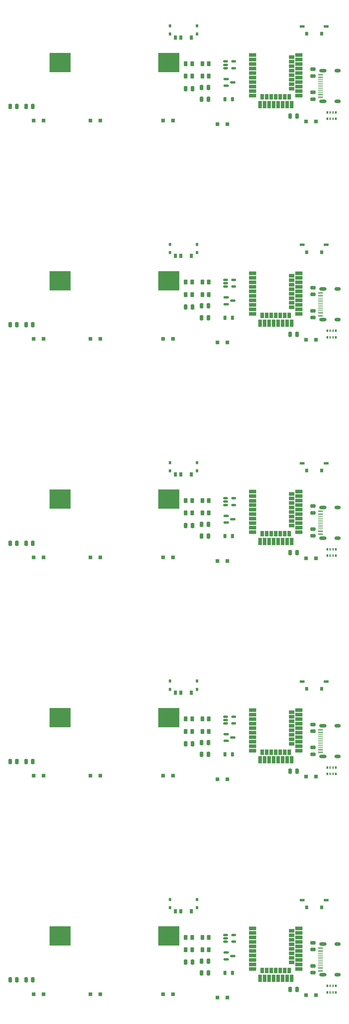
<source format=gbr>
%TF.GenerationSoftware,KiCad,Pcbnew,7.0.5*%
%TF.CreationDate,2023-06-14T21:03:38-05:00*%
%TF.ProjectId,MeetupKeebpanel,4d656574-7570-44b6-9565-6270616e656c,rev?*%
%TF.SameCoordinates,Original*%
%TF.FileFunction,Paste,Top*%
%TF.FilePolarity,Positive*%
%FSLAX46Y46*%
G04 Gerber Fmt 4.6, Leading zero omitted, Abs format (unit mm)*
G04 Created by KiCad (PCBNEW 7.0.5) date 2023-06-14 21:03:38*
%MOMM*%
%LPD*%
G01*
G04 APERTURE LIST*
G04 Aperture macros list*
%AMRoundRect*
0 Rectangle with rounded corners*
0 $1 Rounding radius*
0 $2 $3 $4 $5 $6 $7 $8 $9 X,Y pos of 4 corners*
0 Add a 4 corners polygon primitive as box body*
4,1,4,$2,$3,$4,$5,$6,$7,$8,$9,$2,$3,0*
0 Add four circle primitives for the rounded corners*
1,1,$1+$1,$2,$3*
1,1,$1+$1,$4,$5*
1,1,$1+$1,$6,$7*
1,1,$1+$1,$8,$9*
0 Add four rect primitives between the rounded corners*
20,1,$1+$1,$2,$3,$4,$5,0*
20,1,$1+$1,$4,$5,$6,$7,0*
20,1,$1+$1,$6,$7,$8,$9,0*
20,1,$1+$1,$8,$9,$2,$3,0*%
G04 Aperture macros list end*
%ADD10RoundRect,0.250000X-0.300000X-0.300000X0.300000X-0.300000X0.300000X0.300000X-0.300000X0.300000X0*%
%ADD11RoundRect,0.250000X0.250000X0.475000X-0.250000X0.475000X-0.250000X-0.475000X0.250000X-0.475000X0*%
%ADD12RoundRect,0.250000X-0.250000X-0.475000X0.250000X-0.475000X0.250000X0.475000X-0.250000X0.475000X0*%
%ADD13R,1.450000X0.800000*%
%ADD14R,0.900000X1.000000*%
%ADD15R,1.400000X0.250000*%
%ADD16O,2.100000X1.000000*%
%ADD17O,1.800000X1.000000*%
%ADD18RoundRect,0.250000X-0.262500X-0.450000X0.262500X-0.450000X0.262500X0.450000X-0.262500X0.450000X0*%
%ADD19RoundRect,0.150000X-0.512500X-0.150000X0.512500X-0.150000X0.512500X0.150000X-0.512500X0.150000X0*%
%ADD20R,0.500000X0.800000*%
%ADD21R,0.400000X0.800000*%
%ADD22R,2.000000X1.000000*%
%ADD23R,1.000000X2.000000*%
%ADD24R,1.000000X1.500000*%
%ADD25R,1.500000X1.000000*%
%ADD26R,0.900000X1.250000*%
%ADD27R,0.800000X0.900000*%
%ADD28RoundRect,0.150000X-0.587500X-0.150000X0.587500X-0.150000X0.587500X0.150000X-0.587500X0.150000X0*%
%ADD29RoundRect,0.250000X0.475000X-0.250000X0.475000X0.250000X-0.475000X0.250000X-0.475000X-0.250000X0*%
%ADD30RoundRect,0.250000X-0.475000X0.250000X-0.475000X-0.250000X0.475000X-0.250000X0.475000X0.250000X0*%
%ADD31R,6.000000X5.500000*%
%ADD32RoundRect,0.218750X-0.218750X-0.381250X0.218750X-0.381250X0.218750X0.381250X-0.218750X0.381250X0*%
G04 APERTURE END LIST*
D10*
%TO.C,D6*%
X146362500Y-177000000D03*
X149162500Y-177000000D03*
%TD*%
D11*
%TO.C,C10*%
X105162500Y-111500000D03*
X103262500Y-111500000D03*
%TD*%
D12*
%TO.C,C7*%
X157262500Y-106180000D03*
X159162500Y-106180000D03*
%TD*%
D13*
%TO.C,SW1*%
X192350000Y-27500000D03*
X185600000Y-27500000D03*
D14*
X191075000Y-29550000D03*
X186875000Y-29550000D03*
%TD*%
D15*
%TO.C,P1*%
X190737500Y-170575000D03*
X190737500Y-169775000D03*
X190737500Y-168500000D03*
X190737500Y-167500000D03*
X190737500Y-167000000D03*
X190737500Y-169000000D03*
X190737500Y-164725000D03*
X190737500Y-163925000D03*
X190737500Y-164175000D03*
X190737500Y-164975000D03*
X190737500Y-165500000D03*
X190737500Y-166500000D03*
X190737500Y-168000000D03*
X190737500Y-166000000D03*
X190737500Y-169525000D03*
X190737500Y-170325000D03*
D16*
X191437500Y-171570000D03*
D17*
X195587500Y-171570000D03*
D16*
X191437500Y-162930000D03*
D17*
X195587500Y-162930000D03*
%TD*%
D12*
%TO.C,C8*%
X157262500Y-294000000D03*
X159162500Y-294000000D03*
%TD*%
D18*
%TO.C,C5*%
X152750000Y-284000000D03*
X154575000Y-284000000D03*
%TD*%
D13*
%TO.C,SW1*%
X192350000Y-150500000D03*
X185600000Y-150500000D03*
D14*
X191075000Y-152550000D03*
X186875000Y-152550000D03*
%TD*%
D19*
%TO.C,U2*%
X164025000Y-283350000D03*
X164025000Y-284300000D03*
X164025000Y-285250000D03*
X166300000Y-285250000D03*
X166300000Y-283350000D03*
%TD*%
D12*
%TO.C,C4*%
X152762500Y-45000000D03*
X154662500Y-45000000D03*
%TD*%
D11*
%TO.C,C10*%
X105162500Y-173000000D03*
X103262500Y-173000000D03*
%TD*%
D20*
%TO.C,RN1*%
X192675000Y-53500000D03*
D21*
X193475000Y-53500000D03*
X194275000Y-53500000D03*
D20*
X195075000Y-53500000D03*
X195075000Y-51700000D03*
D21*
X194275000Y-51700000D03*
X193475000Y-51700000D03*
D20*
X192675000Y-51700000D03*
%TD*%
D10*
%TO.C,D4*%
X109862500Y-238500000D03*
X112662500Y-238500000D03*
%TD*%
D18*
%TO.C,R2*%
X157450000Y-38000000D03*
X159275000Y-38000000D03*
%TD*%
D11*
%TO.C,C10*%
X105162500Y-234500000D03*
X103262500Y-234500000D03*
%TD*%
D12*
%TO.C,C4*%
X152762500Y-168000000D03*
X154662500Y-168000000D03*
%TD*%
D22*
%TO.C,U1*%
X171662500Y-35510000D03*
X171662500Y-36780000D03*
X171662500Y-38060000D03*
X171662500Y-39320000D03*
X171662500Y-40590000D03*
X171662500Y-41860000D03*
X171662500Y-43130000D03*
X171662500Y-44400000D03*
X171662500Y-45670000D03*
X171662500Y-46940000D03*
D23*
X173712500Y-49530000D03*
D24*
X174332500Y-47340000D03*
D23*
X174982500Y-49530000D03*
D24*
X175602500Y-47340000D03*
D23*
X176252500Y-49530000D03*
D24*
X176872500Y-47340000D03*
D23*
X177522500Y-49530000D03*
D24*
X178142500Y-47340000D03*
D23*
X178792500Y-49530000D03*
D24*
X179412500Y-47340000D03*
D23*
X180062500Y-49530000D03*
D24*
X180682500Y-47340000D03*
D23*
X181332500Y-49530000D03*
D24*
X181952500Y-47340000D03*
D23*
X182602500Y-49530000D03*
D22*
X184662500Y-46940000D03*
X184662500Y-45670000D03*
D25*
X182652500Y-45040000D03*
D22*
X184662500Y-44400000D03*
D25*
X182652500Y-43770000D03*
D22*
X184662500Y-43130000D03*
D25*
X182652500Y-42500000D03*
D22*
X184662500Y-41860000D03*
D25*
X182652500Y-41230000D03*
D22*
X184662500Y-40590000D03*
D25*
X182652500Y-39960000D03*
D22*
X184662500Y-39320000D03*
D25*
X182652500Y-38690000D03*
D22*
X184662500Y-38050000D03*
D25*
X182652500Y-37420000D03*
D22*
X184662500Y-36780000D03*
D25*
X182652500Y-36150000D03*
D22*
X184662500Y-35510000D03*
%TD*%
D10*
%TO.C,D12*%
X186725000Y-54250000D03*
X189525000Y-54250000D03*
%TD*%
D26*
%TO.C,Power1*%
X149870000Y-30625000D03*
X151370000Y-30625000D03*
X154370000Y-30625000D03*
D27*
X148320000Y-27350000D03*
X148320000Y-29650000D03*
X155920000Y-27350000D03*
X155930000Y-29650000D03*
%TD*%
D11*
%TO.C,C9*%
X109662500Y-50000000D03*
X107762500Y-50000000D03*
%TD*%
D12*
%TO.C,C7*%
X157262500Y-290680000D03*
X159162500Y-290680000D03*
%TD*%
%TO.C,C3*%
X182225000Y-298700000D03*
X184125000Y-298700000D03*
%TD*%
D10*
%TO.C,D4*%
X109862500Y-54000000D03*
X112662500Y-54000000D03*
%TD*%
D13*
%TO.C,SW1*%
X192350000Y-89000000D03*
X185600000Y-89000000D03*
D14*
X191075000Y-91050000D03*
X186875000Y-91050000D03*
%TD*%
D26*
%TO.C,Power1*%
X149870000Y-215125000D03*
X151370000Y-215125000D03*
X154370000Y-215125000D03*
D27*
X148320000Y-211850000D03*
X148320000Y-214150000D03*
X155920000Y-211850000D03*
X155930000Y-214150000D03*
%TD*%
D13*
%TO.C,SW1*%
X192350000Y-273500000D03*
X185600000Y-273500000D03*
D14*
X191075000Y-275550000D03*
X186875000Y-275550000D03*
%TD*%
D28*
%TO.C,U3*%
X164187500Y-226800000D03*
X164187500Y-228700000D03*
X166062500Y-227750000D03*
%TD*%
D10*
%TO.C,D12*%
X186725000Y-177250000D03*
X189525000Y-177250000D03*
%TD*%
D19*
%TO.C,U2*%
X164025000Y-160350000D03*
X164025000Y-161300000D03*
X164025000Y-162250000D03*
X166300000Y-162250000D03*
X166300000Y-160350000D03*
%TD*%
D10*
%TO.C,D5*%
X125862500Y-300000000D03*
X128662500Y-300000000D03*
%TD*%
D18*
%TO.C,C6*%
X152750000Y-103000000D03*
X154575000Y-103000000D03*
%TD*%
D29*
%TO.C,C1*%
X188625000Y-225950000D03*
X188625000Y-224050000D03*
%TD*%
D20*
%TO.C,RN1*%
X192675000Y-238000000D03*
D21*
X193475000Y-238000000D03*
X194275000Y-238000000D03*
D20*
X195075000Y-238000000D03*
X195075000Y-236200000D03*
D21*
X194275000Y-236200000D03*
X193475000Y-236200000D03*
D20*
X192675000Y-236200000D03*
%TD*%
D28*
%TO.C,U3*%
X164187500Y-165300000D03*
X164187500Y-167200000D03*
X166062500Y-166250000D03*
%TD*%
D10*
%TO.C,D6*%
X146362500Y-54000000D03*
X149162500Y-54000000D03*
%TD*%
%TO.C,D5*%
X125862500Y-177000000D03*
X128662500Y-177000000D03*
%TD*%
D12*
%TO.C,C4*%
X152762500Y-106500000D03*
X154662500Y-106500000D03*
%TD*%
D10*
%TO.C,D6*%
X146362500Y-300000000D03*
X149162500Y-300000000D03*
%TD*%
D18*
%TO.C,C5*%
X152750000Y-161000000D03*
X154575000Y-161000000D03*
%TD*%
%TO.C,C6*%
X152750000Y-164500000D03*
X154575000Y-164500000D03*
%TD*%
D10*
%TO.C,D12*%
X186725000Y-115750000D03*
X189525000Y-115750000D03*
%TD*%
D26*
%TO.C,Power1*%
X149870000Y-153625000D03*
X151370000Y-153625000D03*
X154370000Y-153625000D03*
D27*
X148320000Y-150350000D03*
X148320000Y-152650000D03*
X155920000Y-150350000D03*
X155930000Y-152650000D03*
%TD*%
D30*
%TO.C,C2*%
X188625000Y-107550000D03*
X188625000Y-109450000D03*
%TD*%
D18*
%TO.C,R2*%
X157450000Y-222500000D03*
X159275000Y-222500000D03*
%TD*%
D12*
%TO.C,C7*%
X157262500Y-229180000D03*
X159162500Y-229180000D03*
%TD*%
D29*
%TO.C,C1*%
X188625000Y-287450000D03*
X188625000Y-285550000D03*
%TD*%
D18*
%TO.C,R3*%
X157450000Y-41500000D03*
X159275000Y-41500000D03*
%TD*%
D10*
%TO.C,D5*%
X125862500Y-54000000D03*
X128662500Y-54000000D03*
%TD*%
D11*
%TO.C,C9*%
X109662500Y-296000000D03*
X107762500Y-296000000D03*
%TD*%
D10*
%TO.C,D4*%
X109862500Y-177000000D03*
X112662500Y-177000000D03*
%TD*%
D18*
%TO.C,C6*%
X152750000Y-287500000D03*
X154575000Y-287500000D03*
%TD*%
D28*
%TO.C,U3*%
X164187500Y-288300000D03*
X164187500Y-290200000D03*
X166062500Y-289250000D03*
%TD*%
D18*
%TO.C,C5*%
X152750000Y-38000000D03*
X154575000Y-38000000D03*
%TD*%
%TO.C,R3*%
X157450000Y-226000000D03*
X159275000Y-226000000D03*
%TD*%
D31*
%TO.C,BT1*%
X147975000Y-99125000D03*
X117375000Y-99125000D03*
%TD*%
D10*
%TO.C,D4*%
X109862500Y-115500000D03*
X112662500Y-115500000D03*
%TD*%
D18*
%TO.C,C5*%
X152750000Y-99500000D03*
X154575000Y-99500000D03*
%TD*%
D22*
%TO.C,U1*%
X171662500Y-281510000D03*
X171662500Y-282780000D03*
X171662500Y-284060000D03*
X171662500Y-285320000D03*
X171662500Y-286590000D03*
X171662500Y-287860000D03*
X171662500Y-289130000D03*
X171662500Y-290400000D03*
X171662500Y-291670000D03*
X171662500Y-292940000D03*
D23*
X173712500Y-295530000D03*
D24*
X174332500Y-293340000D03*
D23*
X174982500Y-295530000D03*
D24*
X175602500Y-293340000D03*
D23*
X176252500Y-295530000D03*
D24*
X176872500Y-293340000D03*
D23*
X177522500Y-295530000D03*
D24*
X178142500Y-293340000D03*
D23*
X178792500Y-295530000D03*
D24*
X179412500Y-293340000D03*
D23*
X180062500Y-295530000D03*
D24*
X180682500Y-293340000D03*
D23*
X181332500Y-295530000D03*
D24*
X181952500Y-293340000D03*
D23*
X182602500Y-295530000D03*
D22*
X184662500Y-292940000D03*
X184662500Y-291670000D03*
D25*
X182652500Y-291040000D03*
D22*
X184662500Y-290400000D03*
D25*
X182652500Y-289770000D03*
D22*
X184662500Y-289130000D03*
D25*
X182652500Y-288500000D03*
D22*
X184662500Y-287860000D03*
D25*
X182652500Y-287230000D03*
D22*
X184662500Y-286590000D03*
D25*
X182652500Y-285960000D03*
D22*
X184662500Y-285320000D03*
D25*
X182652500Y-284690000D03*
D22*
X184662500Y-284050000D03*
D25*
X182652500Y-283420000D03*
D22*
X184662500Y-282780000D03*
D25*
X182652500Y-282150000D03*
D22*
X184662500Y-281510000D03*
%TD*%
D11*
%TO.C,C10*%
X105162500Y-296000000D03*
X103262500Y-296000000D03*
%TD*%
%TO.C,C10*%
X105162500Y-50000000D03*
X103262500Y-50000000D03*
%TD*%
D12*
%TO.C,C3*%
X182225000Y-114200000D03*
X184125000Y-114200000D03*
%TD*%
D31*
%TO.C,BT1*%
X147975000Y-37625000D03*
X117375000Y-37625000D03*
%TD*%
D10*
%TO.C,D5*%
X125862500Y-115500000D03*
X128662500Y-115500000D03*
%TD*%
D29*
%TO.C,C1*%
X188625000Y-102950000D03*
X188625000Y-101050000D03*
%TD*%
D26*
%TO.C,Power1*%
X149870000Y-276625000D03*
X151370000Y-276625000D03*
X154370000Y-276625000D03*
D27*
X148320000Y-273350000D03*
X148320000Y-275650000D03*
X155920000Y-273350000D03*
X155930000Y-275650000D03*
%TD*%
D18*
%TO.C,C6*%
X152750000Y-226000000D03*
X154575000Y-226000000D03*
%TD*%
%TO.C,C6*%
X152750000Y-41500000D03*
X154575000Y-41500000D03*
%TD*%
D15*
%TO.C,P1*%
X190737500Y-232075000D03*
X190737500Y-231275000D03*
X190737500Y-230000000D03*
X190737500Y-229000000D03*
X190737500Y-228500000D03*
X190737500Y-230500000D03*
X190737500Y-226225000D03*
X190737500Y-225425000D03*
X190737500Y-225675000D03*
X190737500Y-226475000D03*
X190737500Y-227000000D03*
X190737500Y-228000000D03*
X190737500Y-229500000D03*
X190737500Y-227500000D03*
X190737500Y-231025000D03*
X190737500Y-231825000D03*
D16*
X191437500Y-233070000D03*
D17*
X195587500Y-233070000D03*
D16*
X191437500Y-224430000D03*
D17*
X195587500Y-224430000D03*
%TD*%
D30*
%TO.C,C2*%
X188625000Y-292050000D03*
X188625000Y-293950000D03*
%TD*%
D13*
%TO.C,SW1*%
X192350000Y-212000000D03*
X185600000Y-212000000D03*
D14*
X191075000Y-214050000D03*
X186875000Y-214050000D03*
%TD*%
D32*
%TO.C,L1*%
X163812500Y-232500000D03*
X165937500Y-232500000D03*
%TD*%
D10*
%TO.C,D4*%
X109862500Y-300000000D03*
X112662500Y-300000000D03*
%TD*%
D19*
%TO.C,U2*%
X164025000Y-221850000D03*
X164025000Y-222800000D03*
X164025000Y-223750000D03*
X166300000Y-223750000D03*
X166300000Y-221850000D03*
%TD*%
D32*
%TO.C,L1*%
X163812500Y-48000000D03*
X165937500Y-48000000D03*
%TD*%
D18*
%TO.C,R2*%
X157450000Y-161000000D03*
X159275000Y-161000000D03*
%TD*%
D10*
%TO.C,D6*%
X146362500Y-115500000D03*
X149162500Y-115500000D03*
%TD*%
D12*
%TO.C,C3*%
X182225000Y-175700000D03*
X184125000Y-175700000D03*
%TD*%
D18*
%TO.C,R3*%
X157450000Y-164500000D03*
X159275000Y-164500000D03*
%TD*%
D30*
%TO.C,C2*%
X188625000Y-169050000D03*
X188625000Y-170950000D03*
%TD*%
D19*
%TO.C,U2*%
X164025000Y-37350000D03*
X164025000Y-38300000D03*
X164025000Y-39250000D03*
X166300000Y-39250000D03*
X166300000Y-37350000D03*
%TD*%
D11*
%TO.C,C9*%
X109662500Y-173000000D03*
X107762500Y-173000000D03*
%TD*%
D18*
%TO.C,R3*%
X157450000Y-103000000D03*
X159275000Y-103000000D03*
%TD*%
D19*
%TO.C,U2*%
X164025000Y-98850000D03*
X164025000Y-99800000D03*
X164025000Y-100750000D03*
X166300000Y-100750000D03*
X166300000Y-98850000D03*
%TD*%
D10*
%TO.C,D12*%
X186725000Y-238750000D03*
X189525000Y-238750000D03*
%TD*%
D15*
%TO.C,P1*%
X190737500Y-109075000D03*
X190737500Y-108275000D03*
X190737500Y-107000000D03*
X190737500Y-106000000D03*
X190737500Y-105500000D03*
X190737500Y-107500000D03*
X190737500Y-103225000D03*
X190737500Y-102425000D03*
X190737500Y-102675000D03*
X190737500Y-103475000D03*
X190737500Y-104000000D03*
X190737500Y-105000000D03*
X190737500Y-106500000D03*
X190737500Y-104500000D03*
X190737500Y-108025000D03*
X190737500Y-108825000D03*
D16*
X191437500Y-110070000D03*
D17*
X195587500Y-110070000D03*
D16*
X191437500Y-101430000D03*
D17*
X195587500Y-101430000D03*
%TD*%
D18*
%TO.C,C5*%
X152750000Y-222500000D03*
X154575000Y-222500000D03*
%TD*%
D10*
%TO.C,D5*%
X125862500Y-238500000D03*
X128662500Y-238500000D03*
%TD*%
%TO.C,D9*%
X161725000Y-178000000D03*
X164525000Y-178000000D03*
%TD*%
D12*
%TO.C,C8*%
X157262500Y-48000000D03*
X159162500Y-48000000D03*
%TD*%
%TO.C,C3*%
X182225000Y-237200000D03*
X184125000Y-237200000D03*
%TD*%
D15*
%TO.C,P1*%
X190737500Y-47575000D03*
X190737500Y-46775000D03*
X190737500Y-45500000D03*
X190737500Y-44500000D03*
X190737500Y-44000000D03*
X190737500Y-46000000D03*
X190737500Y-41725000D03*
X190737500Y-40925000D03*
X190737500Y-41175000D03*
X190737500Y-41975000D03*
X190737500Y-42500000D03*
X190737500Y-43500000D03*
X190737500Y-45000000D03*
X190737500Y-43000000D03*
X190737500Y-46525000D03*
X190737500Y-47325000D03*
D16*
X191437500Y-48570000D03*
D17*
X195587500Y-48570000D03*
D16*
X191437500Y-39930000D03*
D17*
X195587500Y-39930000D03*
%TD*%
D30*
%TO.C,C2*%
X188625000Y-46050000D03*
X188625000Y-47950000D03*
%TD*%
D10*
%TO.C,D9*%
X161725000Y-301000000D03*
X164525000Y-301000000D03*
%TD*%
%TO.C,D12*%
X186725000Y-300250000D03*
X189525000Y-300250000D03*
%TD*%
D20*
%TO.C,RN1*%
X192675000Y-299500000D03*
D21*
X193475000Y-299500000D03*
X194275000Y-299500000D03*
D20*
X195075000Y-299500000D03*
X195075000Y-297700000D03*
D21*
X194275000Y-297700000D03*
X193475000Y-297700000D03*
D20*
X192675000Y-297700000D03*
%TD*%
%TO.C,RN1*%
X192675000Y-115000000D03*
D21*
X193475000Y-115000000D03*
X194275000Y-115000000D03*
D20*
X195075000Y-115000000D03*
X195075000Y-113200000D03*
D21*
X194275000Y-113200000D03*
X193475000Y-113200000D03*
D20*
X192675000Y-113200000D03*
%TD*%
D29*
%TO.C,C1*%
X188625000Y-164450000D03*
X188625000Y-162550000D03*
%TD*%
D31*
%TO.C,BT1*%
X147975000Y-222125000D03*
X117375000Y-222125000D03*
%TD*%
D32*
%TO.C,L1*%
X163812500Y-171000000D03*
X165937500Y-171000000D03*
%TD*%
D18*
%TO.C,R2*%
X157450000Y-284000000D03*
X159275000Y-284000000D03*
%TD*%
D31*
%TO.C,BT1*%
X147975000Y-160625000D03*
X117375000Y-160625000D03*
%TD*%
D30*
%TO.C,C2*%
X188625000Y-230550000D03*
X188625000Y-232450000D03*
%TD*%
D12*
%TO.C,C3*%
X182225000Y-52700000D03*
X184125000Y-52700000D03*
%TD*%
D22*
%TO.C,U1*%
X171662500Y-97010000D03*
X171662500Y-98280000D03*
X171662500Y-99560000D03*
X171662500Y-100820000D03*
X171662500Y-102090000D03*
X171662500Y-103360000D03*
X171662500Y-104630000D03*
X171662500Y-105900000D03*
X171662500Y-107170000D03*
X171662500Y-108440000D03*
D23*
X173712500Y-111030000D03*
D24*
X174332500Y-108840000D03*
D23*
X174982500Y-111030000D03*
D24*
X175602500Y-108840000D03*
D23*
X176252500Y-111030000D03*
D24*
X176872500Y-108840000D03*
D23*
X177522500Y-111030000D03*
D24*
X178142500Y-108840000D03*
D23*
X178792500Y-111030000D03*
D24*
X179412500Y-108840000D03*
D23*
X180062500Y-111030000D03*
D24*
X180682500Y-108840000D03*
D23*
X181332500Y-111030000D03*
D24*
X181952500Y-108840000D03*
D23*
X182602500Y-111030000D03*
D22*
X184662500Y-108440000D03*
X184662500Y-107170000D03*
D25*
X182652500Y-106540000D03*
D22*
X184662500Y-105900000D03*
D25*
X182652500Y-105270000D03*
D22*
X184662500Y-104630000D03*
D25*
X182652500Y-104000000D03*
D22*
X184662500Y-103360000D03*
D25*
X182652500Y-102730000D03*
D22*
X184662500Y-102090000D03*
D25*
X182652500Y-101460000D03*
D22*
X184662500Y-100820000D03*
D25*
X182652500Y-100190000D03*
D22*
X184662500Y-99550000D03*
D25*
X182652500Y-98920000D03*
D22*
X184662500Y-98280000D03*
D25*
X182652500Y-97650000D03*
D22*
X184662500Y-97010000D03*
%TD*%
D18*
%TO.C,R3*%
X157450000Y-287500000D03*
X159275000Y-287500000D03*
%TD*%
D29*
%TO.C,C1*%
X188625000Y-41450000D03*
X188625000Y-39550000D03*
%TD*%
D18*
%TO.C,R2*%
X157450000Y-99500000D03*
X159275000Y-99500000D03*
%TD*%
D32*
%TO.C,L1*%
X163812500Y-109500000D03*
X165937500Y-109500000D03*
%TD*%
D10*
%TO.C,D9*%
X161725000Y-116500000D03*
X164525000Y-116500000D03*
%TD*%
D22*
%TO.C,U1*%
X171662500Y-158510000D03*
X171662500Y-159780000D03*
X171662500Y-161060000D03*
X171662500Y-162320000D03*
X171662500Y-163590000D03*
X171662500Y-164860000D03*
X171662500Y-166130000D03*
X171662500Y-167400000D03*
X171662500Y-168670000D03*
X171662500Y-169940000D03*
D23*
X173712500Y-172530000D03*
D24*
X174332500Y-170340000D03*
D23*
X174982500Y-172530000D03*
D24*
X175602500Y-170340000D03*
D23*
X176252500Y-172530000D03*
D24*
X176872500Y-170340000D03*
D23*
X177522500Y-172530000D03*
D24*
X178142500Y-170340000D03*
D23*
X178792500Y-172530000D03*
D24*
X179412500Y-170340000D03*
D23*
X180062500Y-172530000D03*
D24*
X180682500Y-170340000D03*
D23*
X181332500Y-172530000D03*
D24*
X181952500Y-170340000D03*
D23*
X182602500Y-172530000D03*
D22*
X184662500Y-169940000D03*
X184662500Y-168670000D03*
D25*
X182652500Y-168040000D03*
D22*
X184662500Y-167400000D03*
D25*
X182652500Y-166770000D03*
D22*
X184662500Y-166130000D03*
D25*
X182652500Y-165500000D03*
D22*
X184662500Y-164860000D03*
D25*
X182652500Y-164230000D03*
D22*
X184662500Y-163590000D03*
D25*
X182652500Y-162960000D03*
D22*
X184662500Y-162320000D03*
D25*
X182652500Y-161690000D03*
D22*
X184662500Y-161050000D03*
D25*
X182652500Y-160420000D03*
D22*
X184662500Y-159780000D03*
D25*
X182652500Y-159150000D03*
D22*
X184662500Y-158510000D03*
%TD*%
D11*
%TO.C,C9*%
X109662500Y-111500000D03*
X107762500Y-111500000D03*
%TD*%
D12*
%TO.C,C7*%
X157262500Y-44680000D03*
X159162500Y-44680000D03*
%TD*%
%TO.C,C4*%
X152762500Y-229500000D03*
X154662500Y-229500000D03*
%TD*%
%TO.C,C7*%
X157262500Y-167680000D03*
X159162500Y-167680000D03*
%TD*%
D10*
%TO.C,D6*%
X146362500Y-238500000D03*
X149162500Y-238500000D03*
%TD*%
%TO.C,D9*%
X161725000Y-239500000D03*
X164525000Y-239500000D03*
%TD*%
D31*
%TO.C,BT1*%
X147975000Y-283625000D03*
X117375000Y-283625000D03*
%TD*%
D22*
%TO.C,U1*%
X171662500Y-220010000D03*
X171662500Y-221280000D03*
X171662500Y-222560000D03*
X171662500Y-223820000D03*
X171662500Y-225090000D03*
X171662500Y-226360000D03*
X171662500Y-227630000D03*
X171662500Y-228900000D03*
X171662500Y-230170000D03*
X171662500Y-231440000D03*
D23*
X173712500Y-234030000D03*
D24*
X174332500Y-231840000D03*
D23*
X174982500Y-234030000D03*
D24*
X175602500Y-231840000D03*
D23*
X176252500Y-234030000D03*
D24*
X176872500Y-231840000D03*
D23*
X177522500Y-234030000D03*
D24*
X178142500Y-231840000D03*
D23*
X178792500Y-234030000D03*
D24*
X179412500Y-231840000D03*
D23*
X180062500Y-234030000D03*
D24*
X180682500Y-231840000D03*
D23*
X181332500Y-234030000D03*
D24*
X181952500Y-231840000D03*
D23*
X182602500Y-234030000D03*
D22*
X184662500Y-231440000D03*
X184662500Y-230170000D03*
D25*
X182652500Y-229540000D03*
D22*
X184662500Y-228900000D03*
D25*
X182652500Y-228270000D03*
D22*
X184662500Y-227630000D03*
D25*
X182652500Y-227000000D03*
D22*
X184662500Y-226360000D03*
D25*
X182652500Y-225730000D03*
D22*
X184662500Y-225090000D03*
D25*
X182652500Y-224460000D03*
D22*
X184662500Y-223820000D03*
D25*
X182652500Y-223190000D03*
D22*
X184662500Y-222550000D03*
D25*
X182652500Y-221920000D03*
D22*
X184662500Y-221280000D03*
D25*
X182652500Y-220650000D03*
D22*
X184662500Y-220010000D03*
%TD*%
D26*
%TO.C,Power1*%
X149870000Y-92125000D03*
X151370000Y-92125000D03*
X154370000Y-92125000D03*
D27*
X148320000Y-88850000D03*
X148320000Y-91150000D03*
X155920000Y-88850000D03*
X155930000Y-91150000D03*
%TD*%
D28*
%TO.C,U3*%
X164187500Y-42300000D03*
X164187500Y-44200000D03*
X166062500Y-43250000D03*
%TD*%
D10*
%TO.C,D9*%
X161725000Y-55000000D03*
X164525000Y-55000000D03*
%TD*%
D28*
%TO.C,U3*%
X164187500Y-103800000D03*
X164187500Y-105700000D03*
X166062500Y-104750000D03*
%TD*%
D32*
%TO.C,L1*%
X163812500Y-294000000D03*
X165937500Y-294000000D03*
%TD*%
D12*
%TO.C,C8*%
X157262500Y-232500000D03*
X159162500Y-232500000D03*
%TD*%
%TO.C,C8*%
X157262500Y-109500000D03*
X159162500Y-109500000D03*
%TD*%
D11*
%TO.C,C9*%
X109662500Y-234500000D03*
X107762500Y-234500000D03*
%TD*%
D12*
%TO.C,C4*%
X152762500Y-291000000D03*
X154662500Y-291000000D03*
%TD*%
%TO.C,C8*%
X157262500Y-171000000D03*
X159162500Y-171000000D03*
%TD*%
D20*
%TO.C,RN1*%
X192675000Y-176500000D03*
D21*
X193475000Y-176500000D03*
X194275000Y-176500000D03*
D20*
X195075000Y-176500000D03*
X195075000Y-174700000D03*
D21*
X194275000Y-174700000D03*
X193475000Y-174700000D03*
D20*
X192675000Y-174700000D03*
%TD*%
D15*
%TO.C,P1*%
X190737500Y-293575000D03*
X190737500Y-292775000D03*
X190737500Y-291500000D03*
X190737500Y-290500000D03*
X190737500Y-290000000D03*
X190737500Y-292000000D03*
X190737500Y-287725000D03*
X190737500Y-286925000D03*
X190737500Y-287175000D03*
X190737500Y-287975000D03*
X190737500Y-288500000D03*
X190737500Y-289500000D03*
X190737500Y-291000000D03*
X190737500Y-289000000D03*
X190737500Y-292525000D03*
X190737500Y-293325000D03*
D16*
X191437500Y-294570000D03*
D17*
X195587500Y-294570000D03*
D16*
X191437500Y-285930000D03*
D17*
X195587500Y-285930000D03*
%TD*%
M02*

</source>
